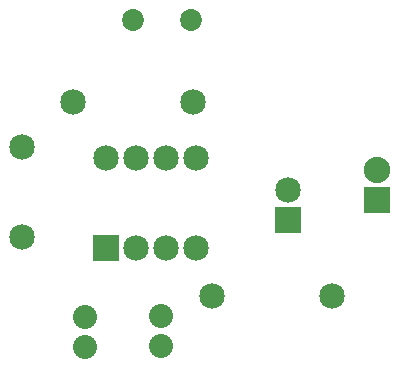
<source format=gts>
G04 MADE WITH FRITZING*
G04 WWW.FRITZING.ORG*
G04 DOUBLE SIDED*
G04 HOLES PLATED*
G04 CONTOUR ON CENTER OF CONTOUR VECTOR*
%ASAXBY*%
%FSLAX23Y23*%
%MOIN*%
%OFA0B0*%
%SFA1.0B1.0*%
%ADD10C,0.085000*%
%ADD11C,0.072992*%
%ADD12C,0.088000*%
%ADD13C,0.080000*%
%ADD14R,0.085000X0.085000*%
%ADD15R,0.088000X0.088000*%
%LNMASK1*%
G90*
G70*
G54D10*
X350Y420D03*
X350Y720D03*
X450Y420D03*
X450Y720D03*
X550Y420D03*
X550Y720D03*
X650Y420D03*
X650Y720D03*
X241Y904D03*
X641Y904D03*
X72Y457D03*
X72Y757D03*
X705Y260D03*
X1105Y260D03*
G54D11*
X441Y1179D03*
X633Y1179D03*
G54D12*
X1256Y578D03*
X1256Y678D03*
G54D10*
X957Y512D03*
X957Y612D03*
G54D13*
X536Y191D03*
X536Y91D03*
X281Y188D03*
X281Y88D03*
G54D14*
X350Y420D03*
G54D15*
X1256Y578D03*
G54D14*
X957Y512D03*
G04 End of Mask1*
M02*
</source>
